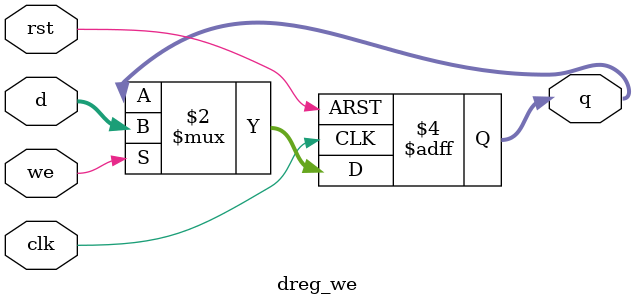
<source format=v>
module dreg # (parameter WIDTH = 32) (
        input  wire             clk,
        input  wire             rst,
        input  wire [WIDTH-1:0] d,
        output reg  [WIDTH-1:0] q
    );

    always @ (posedge clk, posedge rst) begin
        if (rst) q <= 0;
        else     q <= d;
    end
endmodule

module dreg_we # (parameter WIDTH=32) (
        input wire clk,
        input wire rst,
        input wire we,
        input wire [WIDTH-1:0] d,
        output reg [WIDTH-1:0] q
    );
    
    always @ (posedge clk, posedge rst) begin
        if(rst) q <=0;
        else if(we) q <= d;
    end
endmodule


</source>
